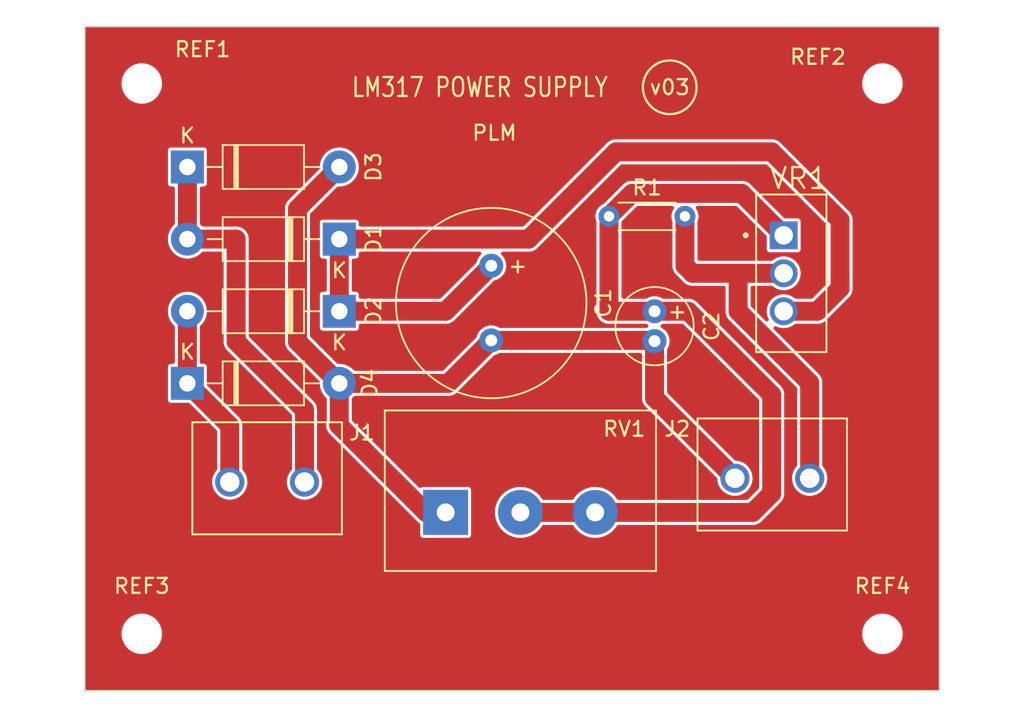
<source format=kicad_pcb>
(kicad_pcb (version 20211014) (generator pcbnew)
  (title_block (title "LM317 Power Supply") (date "2023-01-07") (rev "V03") (company "Pamantsan ng Lungsod ng Maynila") (comment 1 "Author: Andrei James Drice"))
  (layers (0 "F.Cu" signal) (31 "B.Cu" signal) (34 "B.Paste" user) (35 "F.Paste" user) (36 "B.SilkS" user "B.Silkscreen") (37 "F.SilkS" user "F.Silkscreen") (38 "B.Mask" user) (39 "F.Mask" user) (44 "Edge.Cuts" user))
  (net 0 "")
  (net 1 "Net-(D1-Pad2)")
  (net 2 "Net-(D1-Pad1)")
  (net 3 "Net-(VR1-Pad1)")
  (net 4 "Net-(VR1-Pad2)")
  (net 5 "Net-(C1-Pad2)")
  (net 6 "Net-(D2-Pad2)")
  (footprint "LM317 Power Supply:691137710002" (layer "F.Cu") (at 159.552 107.442 180)
    (fp_text reference "J2" (at 6.35 3.302) (layer "F.SilkS"))
    (fp_text value "DC OUT")
    (fp_line (start 5 -3.5) (end 5 4) (layer "F.SilkS") (width 0.127))
    (fp_line (start -5 -3.5) (end 5 -3.5) (layer "F.SilkS") (width 0.127))
    (fp_line (start 5 4) (end -5 4) (layer "F.SilkS") (width 0.127))
    (fp_line (start -5 4) (end -5 -3.5) (layer "F.SilkS") (width 0.127))
    (pad "1" thru_hole circle locked (at -2.5 0 180) (size 1.95 1.95) (drill 1.3) (layers *.Cu *.Mask) (net 4 "Net-(VR1-Pad2)"))
    (pad "2" thru_hole circle locked (at 2.5 0 180) (size 1.95 1.95) (drill 1.3) (layers *.Cu *.Mask) (net 5 "Net-(C1-Pad2)"))
  )
  (footprint "MountingHole:MountingHole_2.2mm_M2" (layer "F.Cu") (at 166.918 117.856)
    (fp_text reference "REF4" (at 0 -3.2) (layer "F.SilkS"))
    (fp_text value "MountingHole_2.2mm_M2")
    (pad "" np_thru_hole circle (at 0 0) (size 2.2 2.2) (drill 2.2) (layers F&B.Cu *.Mask))
  )
  (footprint "Potentiometer_THT:Potentiometer_Alps_RK163_Single_Horizontal" (layer "F.Cu") (at 137.708 109.728 90)
    (fp_text reference "RV1" (at 5.588 11.938 180) (layer "F.SilkS"))
    (fp_text value "5K")
    (fp_line (start -3.92 14.07) (end -3.92 -4.07) (layer "F.SilkS") (width 0.12))
    (fp_line (start 6.82 14.07) (end -3.92 14.07) (layer "F.SilkS") (width 0.12))
    (fp_line (start 6.82 -4.07) (end -3.92 -4.07) (layer "F.SilkS") (width 0.12))
    (fp_line (start 6.82 14.07) (end 6.82 -4.07) (layer "F.SilkS") (width 0.12))
    (pad "1" thru_hole rect locked (at 0 0 270) (size 3 3) (drill 1.2) (layers *.Cu *.Mask) (net 5 "Net-(C1-Pad2)"))
    (pad "2" thru_hole circle locked (at 0 5 270) (size 3 3) (drill 1.2) (layers *.Cu *.Mask) (net 3 "Net-(VR1-Pad1)"))
    (pad "3" thru_hole circle locked (at 0 10 270) (size 3 3) (drill 1.2) (layers *.Cu *.Mask) (net 3 "Net-(VR1-Pad1)"))
  )
  (footprint "MountingHole:MountingHole_2.2mm_M2" (layer "F.Cu") (at 117.388 81.026)
    (fp_text reference "REF1" (at 4.064 -2.286) (layer "F.SilkS"))
    (fp_text value "MountingHole_2.2mm_M2")
    (pad "" np_thru_hole circle (at 0 0) (size 2.2 2.2) (drill 2.2) (layers F&B.Cu *.Mask))
  )
  (footprint "MountingHole:MountingHole_2.2mm_M2" (layer "F.Cu") (at 166.918 81.026)
    (fp_text reference "REF2" (at -4.318 -1.778) (layer "F.SilkS"))
    (fp_text value "MountingHole_2.2mm_M2")
    (pad "" np_thru_hole circle (at 0 0) (size 2.2 2.2) (drill 2.2) (layers *.Cu *.Mask))
  )
  (footprint "LM317 Power Supply:691137710002" (layer "F.Cu") (at 125.77 107.696 180)
    (fp_text reference "J1" (at -6.35 3.302) (layer "F.SilkS"))
    (fp_text value "AC IN")
    (fp_line (start -5 4) (end -5 -3.5) (layer "F.SilkS") (width 0.127))
    (fp_line (start -5 -3.5) (end 5 -3.5) (layer "F.SilkS") (width 0.127))
    (fp_line (start 5 4) (end -5 4) (layer "F.SilkS") (width 0.127))
    (fp_line (start 5 -3.5) (end 5 4) (layer "F.SilkS") (width 0.127))
    (pad "1" thru_hole circle locked (at -2.5 0 180) (size 1.95 1.95) (drill 1.3) (layers *.Cu *.Mask) (net 1 "Net-(D1-Pad2)"))
    (pad "2" thru_hole circle locked (at 2.5 0 180) (size 1.95 1.95) (drill 1.3) (layers *.Cu *.Mask) (net 6 "Net-(D2-Pad2)"))
  )
  (footprint "Capacitor_THT:C_Radial_D5.0mm_H11.0mm_P2.00mm" (layer "F.Cu") (at 151.678 96.266 -90)
    (fp_text reference "C2" (at 1.016 -3.81 90) (layer "F.SilkS"))
    (fp_text value "22uF")
    (fp_circle (center 1 0) (end 3.62 0) (layer "F.SilkS") (width 0.12) (fill none))
    (pad "1" thru_hole circle (at 0 0 270) (size 1.6 1.6) (drill 0.8) (layers *.Cu *.Mask) (net 3 "Net-(VR1-Pad1)"))
    (pad "2" thru_hole circle (at 2 0 270) (size 1.6 1.6) (drill 0.8) (layers *.Cu *.Mask) (net 5 "Net-(C1-Pad2)"))
  )
  (footprint "Capacitor_THT:C_Radial_D12.5mm_H25.0mm_P5.00mm" (layer "F.Cu") (at 140.756 93.218 -90)
    (fp_text reference "C1" (at 2.5 -7.5 90) (layer "F.SilkS"))
    (fp_text value "2200uF")
    (fp_circle (center 2.5 0) (end 8.87 0) (layer "F.SilkS") (width 0.12) (fill none))
    (pad "1" thru_hole circle (at 0 0 270) (size 1.6 1.6) (drill 0.8) (layers *.Cu *.Mask) (net 2 "Net-(D1-Pad1)"))
    (pad "2" thru_hole circle (at 5 0 270) (size 1.6 1.6) (drill 0.8) (layers *.Cu *.Mask) (net 5 "Net-(C1-Pad2)"))
  )
  (footprint "Resistor_THT:R_Axial_DIN0204_L3.6mm_D1.6mm_P5.08mm_Horizontal" (layer "F.Cu") (at 148.63 89.916)
    (fp_text reference "R1" (at 2.54 -1.92) (layer "F.SilkS"))
    (fp_text value "500")
    (fp_line (start 0.62 -0.92) (end 4.46 -0.92) (layer "F.SilkS") (width 0.12))
    (fp_line (start 0.62 0.92) (end 4.46 0.92) (layer "F.SilkS") (width 0.12))
    (pad "1" thru_hole circle (at 0 0) (size 1.4 1.4) (drill 0.7) (layers *.Cu *.Mask) (net 3 "Net-(VR1-Pad1)"))
    (pad "2" thru_hole oval (at 5.08 0) (size 1.4 1.4) (drill 0.7) (layers *.Cu *.Mask) (net 4 "Net-(VR1-Pad2)"))
  )
  (footprint "Diode_THT:D_DO-41_SOD81_P10.16mm_Horizontal" (layer "F.Cu") (at 130.596 91.44 180)
    (fp_text reference "D1" (at -2.286 0 90) (layer "F.SilkS"))
    (fp_text value "1N4001")
    (fp_text user "K" (at 0 -2.1) (layer "F.SilkS"))
    (fp_line (start 3.38 -1.47) (end 3.38 1.47) (layer "F.SilkS") (width 0.12))
    (fp_line (start 7.8 -1.47) (end 2.36 -1.47) (layer "F.SilkS") (width 0.12))
    (fp_line (start 3.14 -1.47) (end 3.14 1.47) (layer "F.SilkS") (width 0.12))
    (fp_line (start 3.26 -1.47) (end 3.26 1.47) (layer "F.SilkS") (width 0.12))
    (fp_line (start 8.82 0) (end 7.8 0) (layer "F.SilkS") (width 0.12))
    (fp_line (start 1.34 0) (end 2.36 0) (layer "F.SilkS") (width 0.12))
    (fp_line (start 2.36 -1.47) (end 2.36 1.47) (layer "F.SilkS") (width 0.12))
    (fp_line (start 7.8 1.47) (end 7.8 -1.47) (layer "F.SilkS") (width 0.12))
    (fp_line (start 2.36 1.47) (end 7.8 1.47) (layer "F.SilkS") (width 0.12))
    (pad "1" thru_hole rect (at 0 0 180) (size 2.2 2.2) (drill 1.1) (layers *.Cu *.Mask) (net 2 "Net-(D1-Pad1)"))
    (pad "2" thru_hole oval (at 10.16 0 180) (size 2.2 2.2) (drill 1.1) (layers *.Cu *.Mask) (net 1 "Net-(D1-Pad2)"))
  )
  (footprint "LM317 Power Supply:TO254P1054X470X1955-3" (layer "F.Cu") (at 160.314 93.726 -90)
    (fp_text reference "VR1" (at -6.35 -1.016 180) (layer "F.SilkS") (effects (font (size 1.4 1.4))))
    (fp_text value "LM317T")
    (fp_line (start 5.27 -2.86) (end -5.27 -2.86) (layer "F.SilkS") (width 0.127))
    (fp_line (start -5.27 -2.86) (end -5.27 1.84) (layer "F.SilkS") (width 0.127))
    (fp_line (start 5.27 1.84) (end 5.27 -2.86) (layer "F.SilkS") (width 0.127))
    (fp_line (start -5.27 1.84) (end 5.27 1.84) (layer "F.SilkS") (width 0.127))
    (fp_circle (center -2.54 2.54) (end -2.44 2.54) (layer "F.SilkS") (width 0.2) (fill none))
    (pad "1" thru_hole rect locked (at -2.54 0 270) (size 1.86 1.86) (drill 1.24) (layers *.Cu *.Mask) (net 3 "Net-(VR1-Pad1)"))
    (pad "2" thru_hole circle locked (at 0 0 270) (size 1.86 1.86) (drill 1.24) (layers *.Cu *.Mask) (net 4 "Net-(VR1-Pad2)"))
    (pad "3" thru_hole circle locked (at 2.54 0 270) (size 1.86 1.86) (drill 1.24) (layers *.Cu *.Mask) (net 2 "Net-(D1-Pad1)"))
  )
  (footprint "Diode_THT:D_DO-41_SOD81_P10.16mm_Horizontal" (layer "F.Cu") (at 120.436 86.614)
    (fp_text reference "D3" (at 12.446 0 90) (layer "F.SilkS"))
    (fp_text value "1N4001")
    (fp_text user "K" (at 0 -2.1) (layer "F.SilkS"))
    (fp_line (start 3.14 -1.47) (end 3.14 1.47) (layer "F.SilkS") (width 0.12))
    (fp_line (start 7.8 1.47) (end 7.8 -1.47) (layer "F.SilkS") (width 0.12))
    (fp_line (start 2.36 -1.47) (end 2.36 1.47) (layer "F.SilkS") (width 0.12))
    (fp_line (start 2.36 1.47) (end 7.8 1.47) (layer "F.SilkS") (width 0.12))
    (fp_line (start 3.26 -1.47) (end 3.26 1.47) (layer "F.SilkS") (width 0.12))
    (fp_line (start 7.8 -1.47) (end 2.36 -1.47) (layer "F.SilkS") (width 0.12))
    (fp_line (start 3.38 -1.47) (end 3.38 1.47) (layer "F.SilkS") (width 0.12))
    (fp_line (start 8.82 0) (end 7.8 0) (layer "F.SilkS") (width 0.12))
    (fp_line (start 1.34 0) (end 2.36 0) (layer "F.SilkS") (width 0.12))
    (pad "1" thru_hole rect (at 0 0) (size 2.2 2.2) (drill 1.1) (layers *.Cu *.Mask) (net 1 "Net-(D1-Pad2)"))
    (pad "2" thru_hole oval (at 10.16 0) (size 2.2 2.2) (drill 1.1) (layers *.Cu *.Mask) (net 5 "Net-(C1-Pad2)"))
  )
  (footprint "Diode_THT:D_DO-41_SOD81_P10.16mm_Horizontal" (layer "F.Cu") (at 120.436 101.092)
    (fp_text reference "D4" (at 12.192 0 90) (layer "F.SilkS"))
    (fp_text value "1N4001")
    (fp_text user "K" (at 0 -2.1) (layer "F.SilkS"))
    (fp_line (start 2.36 -1.47) (end 2.36 1.47) (layer "F.SilkS") (width 0.12))
    (fp_line (start 7.8 -1.47) (end 2.36 -1.47) (layer "F.SilkS") (width 0.12))
    (fp_line (start 8.82 0) (end 7.8 0) (layer "F.SilkS") (width 0.12))
    (fp_line (start 1.34 0) (end 2.36 0) (layer "F.SilkS") (width 0.12))
    (fp_line (start 7.8 1.47) (end 7.8 -1.47) (layer "F.SilkS") (width 0.12))
    (fp_line (start 2.36 1.47) (end 7.8 1.47) (layer "F.SilkS") (width 0.12))
    (fp_line (start 3.14 -1.47) (end 3.14 1.47) (layer "F.SilkS") (width 0.12))
    (fp_line (start 3.38 -1.47) (end 3.38 1.47) (layer "F.SilkS") (width 0.12))
    (fp_line (start 3.26 -1.47) (end 3.26 1.47) (layer "F.SilkS") (width 0.12))
    (pad "1" thru_hole rect (at 0 0) (size 2.2 2.2) (drill 1.1) (layers *.Cu *.Mask) (net 6 "Net-(D2-Pad2)"))
    (pad "2" thru_hole oval (at 10.16 0) (size 2.2 2.2) (drill 1.1) (layers *.Cu *.Mask) (net 5 "Net-(C1-Pad2)"))
  )
  (footprint "Diode_THT:D_DO-41_SOD81_P10.16mm_Horizontal" (layer "F.Cu") (at 130.596 96.266 180)
    (fp_text reference "D2" (at -2.286 0 90) (layer "F.SilkS"))
    (fp_text value "1N4001")
    (fp_text user "K" (at 0 -2.1) (layer "F.SilkS"))
    (fp_line (start 1.34 0) (end 2.36 0) (layer "F.SilkS") (width 0.12))
    (fp_line (start 2.36 1.47) (end 7.8 1.47) (layer "F.SilkS") (width 0.12))
    (fp_line (start 3.14 -1.47) (end 3.14 1.47) (layer "F.SilkS") (width 0.12))
    (fp_line (start 2.36 -1.47) (end 2.36 1.47) (layer "F.SilkS") (width 0.12))
    (fp_line (start 3.38 -1.47) (end 3.38 1.47) (layer "F.SilkS") (width 0.12))
    (fp_line (start 3.26 -1.47) (end 3.26 1.47) (layer "F.SilkS") (width 0.12))
    (fp_line (start 8.82 0) (end 7.8 0) (layer "F.SilkS") (width 0.12))
    (fp_line (start 7.8 -1.47) (end 2.36 -1.47) (layer "F.SilkS") (width 0.12))
    (fp_line (start 7.8 1.47) (end 7.8 -1.47) (layer "F.SilkS") (width 0.12))
    (pad "1" thru_hole rect (at 0 0 180) (size 2.2 2.2) (drill 1.1) (layers *.Cu *.Mask) (net 2 "Net-(D1-Pad1)"))
    (pad "2" thru_hole oval (at 10.16 0 180) (size 2.2 2.2) (drill 1.1) (layers *.Cu *.Mask) (net 6 "Net-(D2-Pad2)"))
  )
  (footprint "MountingHole:MountingHole_2.2mm_M2" (layer "F.Cu") (at 117.388 117.856)
    (fp_text reference "REF3" (at 0 -3.2) (layer "F.SilkS"))
    (fp_text value "MountingHole_2.2mm_M2")
    (pad "" np_thru_hole circle (at 0 0) (size 2.2 2.2) (drill 2.2) (layers F&B.Cu *.Mask))
  )
  (gr_circle (center 152.694 81.28) (end 153.964 82.55) (layer "F.SilkS") (width 0.15) (fill none))
  (gr_line (start 113.578 121.666) (end 170.728 121.666) (layer "Edge.Cuts") (width 0.1))
  (gr_line (start 113.578 77.216) (end 170.728 77.216) (layer "Edge.Cuts") (width 0.1))
  (gr_line (start 170.728 121.666) (end 170.728 77.216) (layer "Edge.Cuts") (width 0.1))
  (gr_line (start 113.578 77.216) (end 113.578 121.666) (layer "Edge.Cuts") (width 0.1))
  (gr_text "+\n" (at 142.534 93.218) (layer "F.SilkS") (effects (font (size 1 1))))
  (gr_text "LM317 POWER SUPPLY" (at 139.994 81.28) (layer "F.SilkS") (effects (font (size 1.27 1))))
  (gr_text "PLM" (at 140.97 84.328) (layer "F.SilkS") (effects (font (size 1 1))))
  (gr_text "+\n" (at 153.202 96.266) (layer "F.SilkS") (effects (font (size 1 1))))
  (gr_text "v03\n" (at 152.694 81.28) (layer "F.SilkS") (effects (font (size 1 1))))
  (segment (start 128.27 105.116) (end 128.27 102.87) (width 1.27) (layer "F.Cu") (net 1))
  (segment locked (start 128.27 107.696) (end 128.27 105.116) (width 1.27) (layer "F.Cu") (net 1))
  (segment (start 120.436 91.44) (end 120.436 86.614) (width 1.27) (layer "F.Cu") (net 1))
  (segment (start 128.27 102.87) (end 123.698 98.298) (width 1.27) (layer "F.Cu") (net 1))
  (segment (start 123.698 91.44) (end 120.436 91.44) (width 1.27) (layer "F.Cu") (net 1))
  (segment (start 123.698 98.298) (end 123.698 91.44) (width 1.27) (layer "F.Cu") (net 1))
  (segment (start 149.098 85.598) (end 159.512 85.598) (width 1.27) (layer "F.Cu") (net 2))
  (segment (start 137.708 96.266) (end 140.756 93.218) (width 1.27) (layer "F.Cu") (net 2))
  (segment (start 164.084 90.17) (end 159.512 85.598) (width 1.27) (layer "F.Cu") (net 2))
  (segment (start 143.256 91.44) (end 149.098 85.598) (width 1.27) (layer "F.Cu") (net 2))
  (segment (start 162.56 96.266) (end 164.084 94.742) (width 1.27) (layer "F.Cu") (net 2))
  (segment (start 130.596 96.266) (end 130.596 91.44) (width 1.27) (layer "F.Cu") (net 2))
  (segment (start 130.596 91.44) (end 143.256 91.44) (width 1.27) (layer "F.Cu") (net 2))
  (segment (start 130.596 96.266) (end 137.708 96.266) (width 1.27) (layer "F.Cu") (net 2))
  (segment (start 164.084 94.742) (end 164.084 90.17) (width 1.27) (layer "F.Cu") (net 2))
  (segment (start 160.314 96.266) (end 162.56 96.266) (width 1.27) (layer "F.Cu") (net 2))
  (segment (start 158.242 109.728) (end 159.512 108.458) (width 1.27) (layer "F.Cu") (net 3))
  (segment (start 151.678 96.266) (end 148.63 96.266) (width 1.27) (layer "F.Cu") (net 3))
  (segment (start 159.512 101.854) (end 153.924 96.266) (width 1.27) (layer "F.Cu") (net 3))
  (segment (start 160.314 91.186) (end 157.509 88.381) (width 1.27) (layer "F.Cu") (net 3))
  (segment (start 147.708 109.728) (end 158.242 109.728) (width 1.27) (layer "F.Cu") (net 3))
  (segment (start 159.512 108.458) (end 159.512 101.854) (width 1.27) (layer "F.Cu") (net 3))
  (segment (start 148.63 89.916) (end 148.63 96.266) (width 1.27) (layer "F.Cu") (net 3))
  (segment (start 150.165 88.381) (end 148.63 89.916) (width 1.27) (layer "F.Cu") (net 3))
  (segment (start 147.708 109.728) (end 142.708 109.728) (width 1.27) (layer "F.Cu") (net 3))
  (segment (start 153.924 96.266) (end 151.678 96.266) (width 1.27) (layer "F.Cu") (net 3))
  (segment (start 157.509 88.381) (end 150.165 88.381) (width 1.27) (layer "F.Cu") (net 3))
  (segment (start 162.052 107.442) (end 162.052 101.052) (width 1.27) (layer "F.Cu") (net 4))
  (segment (start 157.266 93.726) (end 160.314 93.726) (width 1.27) (layer "F.Cu") (net 4))
  (segment (start 162.052 101.052) (end 157.266 96.266) (width 1.27) (layer "F.Cu") (net 4))
  (segment (start 154.218 93.726) (end 157.266 93.726) (width 1.27) (layer "F.Cu") (net 4))
  (segment (start 153.71 93.218) (end 154.218 93.726) (width 1.27) (layer "F.Cu") (net 4))
  (segment (start 157.266 96.266) (end 157.266 93.726) (width 1.27) (layer "F.Cu") (net 4))
  (segment (start 153.71 89.916) (end 153.71 93.218) (width 1.27) (layer "F.Cu") (net 4))
  (segment (start 137.882 101.092) (end 140.756 98.218) (width 1.27) (layer "F.Cu") (net 5))
  (segment (start 130.596 103.846) (end 130.556 103.886) (width 1.27) (layer "F.Cu") (net 5))
  (segment (start 130.596 101.092) (end 127.802 98.298) (width 1.27) (layer "F.Cu") (net 5))
  (segment (start 127.802 89.408) (end 130.596 86.614) (width 1.27) (layer "F.Cu") (net 5))
  (segment (start 151.678 98.266) (end 151.678 102.068) (width 1.27) (layer "F.Cu") (net 5))
  (segment (start 136.398 109.728) (end 137.708 109.728) (width 1.27) (layer "F.Cu") (net 5))
  (segment (start 130.556 103.886) (end 136.398 109.728) (width 1.27) (layer "F.Cu") (net 5))
  (segment (start 130.596 101.092) (end 130.596 103.846) (width 1.27) (layer "F.Cu") (net 5))
  (segment (start 127.802 98.298) (end 127.802 89.408) (width 1.27) (layer "F.Cu") (net 5))
  (segment (start 151.678 102.068) (end 157.052 107.442) (width 1.27) (layer "F.Cu") (net 5))
  (segment (start 130.596 101.092) (end 137.882 101.092) (width 1.27) (layer "F.Cu") (net 5))
  (segment (start 151.63 98.218) (end 151.678 98.266) (width 1.27) (layer "F.Cu") (net 5))
  (segment (start 140.756 98.218) (end 151.63 98.218) (width 1.27) (layer "F.Cu") (net 5))
  (segment (start 120.436 96.266) (end 120.436 101.092) (width 1.27) (layer "F.Cu") (net 6))
  (segment (start 123.27 103.926) (end 120.436 101.092) (width 1.27) (layer "F.Cu") (net 6))
  (segment (start 123.27 107.696) (end 123.27 103.926) (width 1.27) (layer "F.Cu") (net 6))
  (zone (net 0) (net_name "") (layer "F.Cu") (connect_pads (clearance 0)) (min_thickness 0.254) (fill yes (thermal_gap 0.508) (thermal_bridge_width 0.508))
    (polygon (pts (xy 112.776 75.692) (xy 172.466 75.946) (xy 172.212 122.682) (xy 112.268 122.682) (xy 112.776 75.438)))
  )
)
</source>
